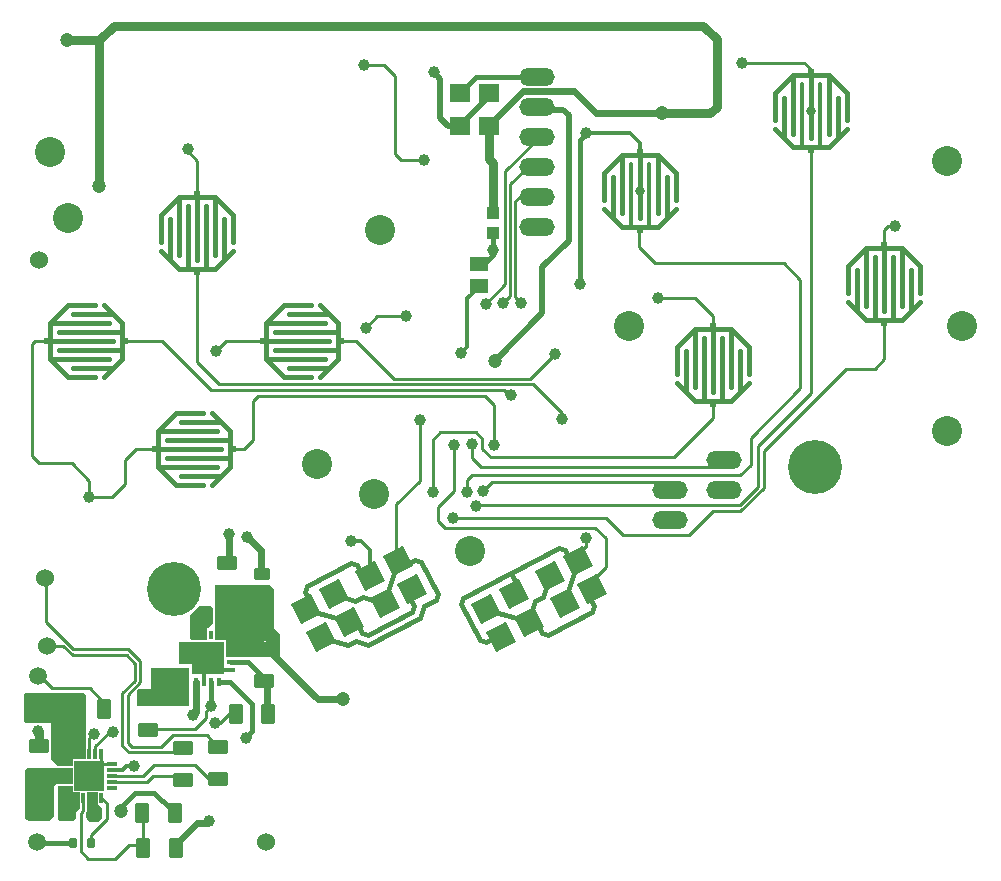
<source format=gtl>
G04 Layer_Physical_Order=1*
G04 Layer_Color=658098*
%FSLAX44Y44*%
%MOMM*%
G71*
G01*
G75*
%ADD10R,0.6000X0.6000*%
%ADD11R,0.3050X0.8130*%
%ADD12R,0.8130X0.3050*%
%ADD13R,2.5000X2.5000*%
%ADD14R,0.3500X0.8000*%
%ADD15R,0.8000X0.3500*%
%ADD16R,2.8000X2.8000*%
G04:AMPARAMS|DCode=17|XSize=0.6mm|YSize=0.9mm|CornerRadius=0.15mm|HoleSize=0mm|Usage=FLASHONLY|Rotation=0.000|XOffset=0mm|YOffset=0mm|HoleType=Round|Shape=RoundedRectangle|*
%AMROUNDEDRECTD17*
21,1,0.6000,0.6000,0,0,0.0*
21,1,0.3000,0.9000,0,0,0.0*
1,1,0.3000,0.1500,-0.3000*
1,1,0.3000,-0.1500,-0.3000*
1,1,0.3000,-0.1500,0.3000*
1,1,0.3000,0.1500,0.3000*
%
%ADD17ROUNDEDRECTD17*%
%ADD18P,2.6941X4X72.5*%
%ADD19R,0.6000X0.6000*%
G04:AMPARAMS|DCode=20|XSize=1.75mm|YSize=1.25mm|CornerRadius=0.3125mm|HoleSize=0mm|Usage=FLASHONLY|Rotation=270.000|XOffset=0mm|YOffset=0mm|HoleType=Round|Shape=RoundedRectangle|*
%AMROUNDEDRECTD20*
21,1,1.7500,0.6250,0,0,270.0*
21,1,1.1250,1.2500,0,0,270.0*
1,1,0.6250,-0.3125,-0.5625*
1,1,0.6250,-0.3125,0.5625*
1,1,0.6250,0.3125,0.5625*
1,1,0.6250,0.3125,-0.5625*
%
%ADD20ROUNDEDRECTD20*%
G04:AMPARAMS|DCode=21|XSize=1.75mm|YSize=1.25mm|CornerRadius=0.3125mm|HoleSize=0mm|Usage=FLASHONLY|Rotation=0.000|XOffset=0mm|YOffset=0mm|HoleType=Round|Shape=RoundedRectangle|*
%AMROUNDEDRECTD21*
21,1,1.7500,0.6250,0,0,0.0*
21,1,1.1250,1.2500,0,0,0.0*
1,1,0.6250,0.5625,-0.3125*
1,1,0.6250,-0.5625,-0.3125*
1,1,0.6250,-0.5625,0.3125*
1,1,0.6250,0.5625,0.3125*
%
%ADD21ROUNDEDRECTD21*%
%ADD22R,1.8001X1.5999*%
%ADD23R,1.5001X1.3000*%
%ADD24R,1.0000X1.1001*%
G04:AMPARAMS|DCode=25|XSize=1.4mm|YSize=1.1mm|CornerRadius=0.275mm|HoleSize=0mm|Usage=FLASHONLY|Rotation=0.000|XOffset=0mm|YOffset=0mm|HoleType=Round|Shape=RoundedRectangle|*
%AMROUNDEDRECTD25*
21,1,1.4000,0.5500,0,0,0.0*
21,1,0.8500,1.1000,0,0,0.0*
1,1,0.5500,0.4250,-0.2750*
1,1,0.5500,-0.4250,-0.2750*
1,1,0.5500,-0.4250,0.2750*
1,1,0.5500,0.4250,0.2750*
%
%ADD25ROUNDEDRECTD25*%
%ADD26C,0.2540*%
%ADD27C,0.3000*%
%ADD28C,0.4064*%
%ADD29C,0.6000*%
%ADD30C,0.8000*%
%ADD31C,0.5000*%
%ADD32C,0.4000*%
%ADD33C,0.3500*%
%ADD34R,1.5000X1.5000*%
%ADD35C,1.5000*%
%ADD36O,3.0000X1.5000*%
%ADD37C,1.5240*%
%ADD38C,2.5400*%
%ADD39C,4.5720*%
%ADD40C,1.0000*%
%ADD41C,0.8000*%
%ADD42C,0.5000*%
%ADD43C,1.2000*%
G36*
X417000Y299500D02*
Y286462D01*
X412500Y283000D01*
Y282524D01*
X412476D01*
Y272750D01*
X398500D01*
X398250Y273000D01*
X398000Y273250D01*
Y285500D01*
Y293500D01*
X406000Y301500D01*
X415000D01*
X417000Y299500D01*
D02*
G37*
G36*
X469000Y315500D02*
X469000Y282250D01*
X473500Y277750D01*
X473500Y259250D01*
X472000Y258500D01*
X428024Y258500D01*
Y272524D01*
X428000D01*
Y272750D01*
X419024D01*
Y282524D01*
X419000D01*
Y288000D01*
Y318750D01*
X465750D01*
X469000Y315500D01*
D02*
G37*
G36*
X399933Y251951D02*
X388500Y251951D01*
X388500Y271000D01*
X399933D01*
X399933Y251951D01*
D02*
G37*
G36*
X396500Y240000D02*
Y217000D01*
X375000Y217000D01*
X352500D01*
Y229724D01*
X354026Y231250D01*
X364750D01*
Y243500D01*
Y249000D01*
X396500D01*
Y240000D01*
D02*
G37*
G36*
X309250Y226250D02*
X309250Y171504D01*
X298396D01*
Y171500D01*
X298250D01*
Y165756D01*
X286243D01*
X280250Y171750D01*
X280250Y202250D01*
X258750Y202250D01*
X257000Y204000D01*
X257000Y227041D01*
X257959Y228000D01*
X307500Y228000D01*
X309250Y226250D01*
D02*
G37*
G36*
X298396Y150900D02*
X285500D01*
X285139Y150750D01*
X284750D01*
X284475Y150475D01*
X284334Y150416D01*
X284275Y150275D01*
X282500Y148500D01*
Y145250D01*
Y123000D01*
X278500Y119000D01*
X261000D01*
X258250Y121250D01*
Y162500D01*
X258750Y163000D01*
X260041Y164107D01*
X260041Y164107D01*
Y164107D01*
X298396D01*
Y150900D01*
D02*
G37*
G36*
Y143456D02*
X304250D01*
X304250Y129500D01*
X301500Y126750D01*
X301500Y121599D01*
X299750Y119492D01*
X287008D01*
X285500Y121000D01*
Y148500D01*
Y149250D01*
X298396D01*
Y143456D01*
D02*
G37*
G36*
X319531Y133091D02*
X320909D01*
X323500Y130500D01*
X323500Y121529D01*
X319971Y118000D01*
X312250D01*
X309250Y122500D01*
X309250Y125744D01*
X309354Y125848D01*
X309354Y125848D01*
X309972Y126772D01*
X310011Y126967D01*
X310500Y127750D01*
Y143456D01*
X319531D01*
Y133091D01*
D02*
G37*
%LPC*%
G36*
X461500Y271363D02*
X459735Y271012D01*
X458238Y270012D01*
X457239Y268515D01*
X457061Y267622D01*
X456488Y266765D01*
X456137Y265000D01*
X456488Y263235D01*
X457488Y261738D01*
X458985Y260739D01*
X460750Y260387D01*
X463250D01*
X465015Y260739D01*
X466512Y261738D01*
X467511Y263235D01*
X467863Y265000D01*
X467511Y266765D01*
X466512Y268262D01*
X464762Y270012D01*
X463265Y271012D01*
X461500Y271363D01*
D02*
G37*
%LPD*%
D10*
X778500Y619730D02*
D03*
Y685770D02*
D03*
X923250Y686980D02*
D03*
Y753020D02*
D03*
X403750Y650270D02*
D03*
Y584230D02*
D03*
X840750Y538520D02*
D03*
Y472480D02*
D03*
X985500Y607020D02*
D03*
Y540980D02*
D03*
D11*
X302510Y138680D02*
D03*
X307340D02*
D03*
X312420D02*
D03*
X317500D02*
D03*
X322580D02*
D03*
X322330Y176280D02*
D03*
X317500D02*
D03*
X312420D02*
D03*
X307340D02*
D03*
X302510D02*
D03*
D12*
X331220Y147570D02*
D03*
Y152400D02*
D03*
Y157480D02*
D03*
Y162560D02*
D03*
Y167380D02*
D03*
X293620Y167390D02*
D03*
Y162560D02*
D03*
Y157480D02*
D03*
Y152400D02*
D03*
Y147570D02*
D03*
D13*
X312420Y157480D02*
D03*
D14*
X422250Y277000D02*
D03*
X415750D02*
D03*
X409250D02*
D03*
X402750D02*
D03*
Y237000D02*
D03*
X409250D02*
D03*
X415750D02*
D03*
X422250D02*
D03*
D15*
X392500Y266750D02*
D03*
Y260250D02*
D03*
Y253750D02*
D03*
Y247250D02*
D03*
X432500D02*
D03*
Y253750D02*
D03*
Y260250D02*
D03*
Y266750D02*
D03*
D16*
X412500Y257000D02*
D03*
D17*
X313750Y100250D02*
D03*
X298750D02*
D03*
D18*
X738442Y315743D02*
D03*
X726127Y339400D02*
D03*
X550070Y327085D02*
D03*
X573727Y339400D02*
D03*
X714785Y303428D02*
D03*
X738442Y315743D02*
D03*
X726127Y339400D02*
D03*
X702470Y327085D02*
D03*
X672055Y311252D02*
D03*
X684370Y287595D02*
D03*
X660713Y275280D02*
D03*
X648398Y298937D02*
D03*
X495998D02*
D03*
X508313Y275280D02*
D03*
X531970Y287595D02*
D03*
X519655Y311252D02*
D03*
X550070Y327085D02*
D03*
X573727Y339400D02*
D03*
X586042Y315743D02*
D03*
X562385Y303428D02*
D03*
D19*
X459730Y526000D02*
D03*
X525770D02*
D03*
X276980Y525750D02*
D03*
X343020D02*
D03*
X368230Y434500D02*
D03*
X434270D02*
D03*
D20*
X385750Y96500D02*
D03*
X358250D02*
D03*
X384750Y126000D02*
D03*
X357250D02*
D03*
X464000Y209750D02*
D03*
X436500D02*
D03*
X324500Y214500D02*
D03*
X297000D02*
D03*
D21*
X391750Y181250D02*
D03*
Y153750D02*
D03*
X421250Y182250D02*
D03*
Y154750D02*
D03*
X362000Y196250D02*
D03*
Y223750D02*
D03*
X460750Y265000D02*
D03*
Y237500D02*
D03*
X428750Y337500D02*
D03*
Y310000D02*
D03*
X269500Y182750D02*
D03*
Y155250D02*
D03*
D22*
X626000Y736001D02*
D03*
Y707999D02*
D03*
X651000Y736001D02*
D03*
Y707999D02*
D03*
D23*
X642750Y591250D02*
D03*
Y572250D02*
D03*
D24*
X654250Y616751D02*
D03*
Y633749D02*
D03*
D25*
X458250Y328000D02*
D03*
Y310500D02*
D03*
D26*
X668000Y480000D02*
X669750D01*
X663500Y484500D02*
X668000Y480000D01*
X914500Y485750D02*
Y577500D01*
X872250Y443500D02*
X914500Y485750D01*
X872250Y421000D02*
Y443500D01*
X953250Y502250D02*
X977250D01*
X883750Y432750D02*
X953250Y502250D01*
X883750Y401500D02*
Y432750D01*
X863750Y412500D02*
X872250Y421000D01*
X636750Y412500D02*
X863750D01*
X632000Y407750D02*
X636750Y412500D01*
X639500Y387000D02*
X863503D01*
X878250Y401747D01*
X840500Y381500D02*
X863750D01*
X820500Y361500D02*
X840500Y381500D01*
X749500Y376000D02*
X764000Y361500D01*
X620750Y376000D02*
X749500D01*
X764000Y361500D02*
X820500D01*
X863750Y381500D02*
X883750Y401500D01*
X878250Y401747D02*
Y437000D01*
X546500Y537000D02*
X556000Y546500D01*
X664750Y573750D02*
Y669250D01*
X673250Y644250D02*
X676900Y647900D01*
X673250Y562500D02*
Y644250D01*
Y562500D02*
X678250Y557500D01*
X669000Y564000D02*
Y658250D01*
X662749Y557749D02*
X669000Y564000D01*
Y658250D02*
X684050Y673300D01*
X648250Y557250D02*
X664750Y573750D01*
Y669250D02*
X692975Y697475D01*
X269750Y422500D02*
X297500D01*
X264000Y428250D02*
X269750Y422500D01*
X264000Y428250D02*
Y523500D01*
X312500Y393750D02*
Y407500D01*
X297500Y422500D02*
X312500Y407500D01*
Y393750D02*
X332000D01*
X342500Y404250D01*
Y424750D01*
X352250Y434500D01*
X368230D01*
X434270D02*
X443250D01*
X451000Y442250D01*
Y475250D02*
X455000Y479250D01*
X451000Y442250D02*
Y475250D01*
X917560Y761250D02*
X923250Y755560D01*
X865250Y761250D02*
X917560D01*
X923250Y753020D02*
Y755560D01*
X985250Y510250D02*
Y540980D01*
X401500Y197000D02*
X411250Y206750D01*
X362434Y197000D02*
X401500D01*
X360500Y198934D02*
X362434Y197000D01*
X348250Y181750D02*
X373250D01*
X345000Y185000D02*
X348250Y181750D01*
X373250D02*
X383250Y191750D01*
X391750Y177500D02*
X393750Y179500D01*
X346000Y177500D02*
X391750D01*
X340500Y183000D02*
X346000Y177500D01*
X422000Y489250D02*
X688000D01*
X403750Y507500D02*
X422000Y489250D01*
X688000D02*
X712500Y464750D01*
X312750Y231500D02*
X322250Y222000D01*
X281150Y231500D02*
X312750D01*
X272250Y240400D02*
X281150Y231500D01*
X322250Y222000D02*
X326000D01*
X344956Y226209D02*
X355500Y236753D01*
X344956Y209294D02*
Y226209D01*
X355500Y236753D02*
Y254500D01*
X340500Y183000D02*
Y227500D01*
X345000Y185000D02*
Y209250D01*
X299000Y264500D02*
X345500D01*
X275648Y287852D02*
X299000Y264500D01*
X275648Y287852D02*
Y321200D01*
X298250Y259500D02*
X344163D01*
X290000Y267750D02*
X298250Y259500D01*
X277000Y267750D02*
X290000D01*
X344163Y259500D02*
X351077Y252587D01*
X411750Y191750D02*
X421250Y182250D01*
X383250Y191750D02*
X411750D01*
X344956Y209294D02*
X345000Y209250D01*
X340500Y227500D02*
X351077Y238077D01*
X413500Y154750D02*
X417500D01*
X401706Y166544D02*
X413500Y154750D01*
X367044Y166544D02*
X401706D01*
X312420Y189670D02*
X316000Y193250D01*
X317500Y182500D02*
X329750Y194750D01*
X331216Y157206D02*
X357706D01*
X331216D02*
Y157480D01*
X357706Y157206D02*
X367044Y166544D01*
X331216Y152400D02*
X360900D01*
X345500Y264500D02*
X355500Y254500D01*
X351077Y238077D02*
Y252587D01*
X317500Y176280D02*
Y182500D01*
X312420Y176280D02*
Y189670D01*
X322326Y167386D02*
Y176276D01*
X274750Y324750D02*
X275648Y321200D01*
X741000Y367750D02*
X749750Y359000D01*
X607500Y373500D02*
X613250Y367750D01*
X988500Y622750D02*
X994750D01*
X840750Y538520D02*
Y546500D01*
X985520Y619770D02*
X988500Y622750D01*
X985520Y607020D02*
Y619770D01*
X266500Y526000D02*
X276980D01*
X264000Y523500D02*
X266500Y526000D01*
X313500Y107500D02*
X327250Y121250D01*
X313500Y103000D02*
Y107500D01*
X307340Y127862D02*
Y138684D01*
X311500Y87500D02*
X334250D01*
X345750Y99000D01*
X357250D01*
X357500Y99250D01*
Y129000D01*
X305250Y125772D02*
X307340Y127862D01*
X360900Y152400D02*
X366000Y157500D01*
X388000D01*
X322326Y167386D02*
X331216D01*
X327250Y121250D02*
Y134268D01*
X322500Y139018D02*
X327250Y134268D01*
X322500Y139018D02*
Y140250D01*
X738442Y315743D02*
Y322692D01*
X749750Y334000D01*
X556000Y546500D02*
X580500D01*
X778250Y605250D02*
X791750Y591750D01*
X778250Y605250D02*
Y619730D01*
X840750Y460250D02*
Y475020D01*
X807750Y427250D02*
X840750Y460250D01*
X573727Y339400D02*
Y343273D01*
X644250Y419250D02*
X843800D01*
X632000Y398000D02*
Y407750D01*
X652250Y427250D02*
X807750D01*
X645250Y434250D02*
X652250Y427250D01*
X645250Y434250D02*
Y443000D01*
X639500Y448750D02*
X645250Y443000D01*
X636500Y427000D02*
X644250Y419250D01*
X636500Y427000D02*
Y438250D01*
X609750Y448750D02*
X639500D01*
X607500Y373500D02*
Y385000D01*
X621000Y398500D01*
Y438000D01*
X592250Y407250D02*
Y459000D01*
X572250Y387250D02*
X592250Y407250D01*
X572250Y342250D02*
X575000Y339500D01*
X572250Y342250D02*
Y387250D01*
X646750Y558750D02*
X648250Y557250D01*
X525770Y525750D02*
X538000D01*
X644750Y484500D02*
X663500D01*
X655000Y438000D02*
Y471750D01*
X712500Y459750D02*
Y464750D01*
X305250Y93750D02*
X311500Y87500D01*
X305250Y93750D02*
Y125772D01*
X843800Y419250D02*
X849500Y424950D01*
X684050Y673300D02*
X691750D01*
X676900Y647900D02*
X691750D01*
X603000Y398000D02*
Y442000D01*
X609750Y448750D01*
X647500Y479250D02*
X655000Y471750D01*
X878250Y437000D02*
X923250Y482000D01*
X791750Y591750D02*
X900250D01*
X914500Y577500D01*
X646000Y398500D02*
X653500Y406000D01*
X797450D01*
X803750Y399700D01*
X455750Y484500D02*
X644750Y484500D01*
X455000Y479250D02*
X647500D01*
X538000Y525750D02*
X570000Y493750D01*
X685750D01*
X707000Y515000D01*
X415750Y484500D02*
X455750D01*
X374250Y526000D02*
X415750Y484500D01*
X343020Y526000D02*
X374250D01*
X403750Y507500D02*
Y584230D01*
X428500Y526000D02*
X462270D01*
X420000Y517500D02*
X428500Y526000D01*
X923250Y482000D02*
Y686980D01*
X977250Y502250D02*
X985250Y510250D01*
X793500Y562000D02*
X825250D01*
X840750Y546500D01*
X651000Y616751D02*
X654250Y613501D01*
X395750Y686250D02*
Y688250D01*
Y686250D02*
X403750Y678250D01*
Y650270D02*
Y678250D01*
X411250Y206750D02*
Y211797D01*
X415750Y216297D01*
X329750Y194750D02*
X332250D01*
X571250Y684000D02*
X576500Y678750D01*
X545382Y759500D02*
X562000D01*
X571250Y750250D01*
Y684000D02*
Y750250D01*
X576500Y678750D02*
X596000D01*
X749750Y334000D02*
Y359000D01*
X613250Y367750D02*
X741000D01*
X726127Y339400D02*
Y344877D01*
X733250Y352000D01*
Y358500D01*
D27*
X770880Y622270D02*
Y675610D01*
X786120Y622270D02*
Y675610D01*
X915630Y689520D02*
Y742860D01*
X930870Y689520D02*
Y742860D01*
X550070Y327085D02*
Y348430D01*
X542455Y356045D02*
X550070Y348430D01*
X533705Y356045D02*
X542455D01*
X635500Y565000D02*
X642750Y572250D01*
X632500Y562000D02*
X635500Y565000D01*
X632500Y520750D02*
Y562000D01*
X627500Y515750D02*
X632500Y520750D01*
X409250Y237000D02*
Y253750D01*
X385000Y129000D02*
X385750D01*
X422250Y247250D02*
X432500D01*
X778500Y685770D02*
Y693500D01*
X733250Y701500D02*
X770500D01*
X778500Y693500D01*
X431750Y209750D02*
X436500D01*
X419250Y202250D02*
X424250D01*
X431750Y209750D01*
D28*
X763260Y622270D02*
X770880D01*
X793740D02*
X801360Y629890D01*
X755640D02*
X763260Y622270D01*
Y683230D02*
X778500D01*
X793740D01*
X801360Y629890D02*
Y664180D01*
X793740Y633700D02*
Y683230D01*
X763260Y633700D02*
Y683230D01*
X755640Y629890D02*
Y664180D01*
X793740Y683230D02*
X808980Y667990D01*
Y645130D02*
Y667990D01*
X748020D02*
X763260Y683230D01*
X748020Y645130D02*
Y667990D01*
X801360Y629890D02*
X808980Y637510D01*
X748020D02*
X755640Y629890D01*
X786120Y622270D02*
X793740D01*
X770880D02*
X786120D01*
X778500Y629890D02*
Y683230D01*
X908010Y689520D02*
X915630D01*
X938490D02*
X946110Y697140D01*
X900390D02*
X908010Y689520D01*
Y750480D02*
X923250D01*
X938490D01*
X946110Y697140D02*
Y731430D01*
X938490Y700950D02*
Y750480D01*
X908010Y700950D02*
Y750480D01*
X900390Y697140D02*
Y731430D01*
X938490Y750480D02*
X953730Y735240D01*
Y712380D02*
Y735240D01*
X892770D02*
X908010Y750480D01*
X892770Y712380D02*
Y735240D01*
X946110Y697140D02*
X953730Y704760D01*
X892770D02*
X900390Y697140D01*
X930870Y689520D02*
X938490D01*
X915630D02*
X930870D01*
X923250Y697140D02*
Y750480D01*
X418990Y586770D02*
X426610Y594390D01*
X411370Y586770D02*
X418990D01*
X396130D02*
X411370D01*
X388510D02*
X396130D01*
X380890Y594390D02*
X388510Y586770D01*
Y647730D02*
X403750D01*
X418990D01*
X426610Y594390D02*
Y628680D01*
X418990Y598200D02*
Y647730D01*
X411370Y586770D02*
Y640110D01*
X403750Y594390D02*
Y647730D01*
X396130Y586770D02*
Y640110D01*
X388510Y598200D02*
Y647730D01*
X380890Y594390D02*
Y628680D01*
X418990Y647730D02*
X434230Y632490D01*
Y609630D02*
Y632490D01*
X373270D02*
X388510Y647730D01*
X373270Y609630D02*
Y632490D01*
X426610Y594390D02*
X434230Y602010D01*
X373270D02*
X380890Y594390D01*
X628653Y307987D02*
X669207Y329098D01*
X627033Y302848D02*
X628653Y307987D01*
X627033Y302848D02*
X642866Y272433D01*
X648005Y270812D01*
X651385Y272572D01*
X692078Y285165D02*
X695596Y278406D01*
X700735Y276785D01*
X737910Y296137D01*
X739530Y301276D01*
X736011Y308035D02*
X739530Y301276D01*
X686800Y295303D02*
X690041Y305581D01*
X696799Y309099D01*
X700040Y319377D01*
X714900Y348589D02*
X718419Y341830D01*
X709762Y350210D02*
X714900Y348589D01*
X669207Y329098D02*
X709762Y350210D01*
X669207Y329098D02*
X674485Y318960D01*
X717216Y311137D02*
X723697Y331692D01*
X656106Y296506D02*
X676662Y290025D01*
X503706Y296506D02*
X524262Y290025D01*
X564816Y311137D02*
X571297Y331692D01*
X583611Y308035D02*
X587130Y301276D01*
X585510Y296137D02*
X587130Y301276D01*
X548335Y276785D02*
X585510Y296137D01*
X543196Y278406D02*
X548335Y276785D01*
X539678Y285165D02*
X543196Y278406D01*
X516021Y272850D02*
X531437Y267989D01*
X538196Y271508D01*
X548474Y268267D01*
X592408Y291138D01*
X595648Y301415D01*
X605787Y306693D01*
X607407Y311832D01*
X593333Y338868D02*
X607407Y311832D01*
X588194Y340488D02*
X593333Y338868D01*
X581435Y336969D02*
X588194Y340488D01*
X527363Y308821D02*
X537640Y305581D01*
X544399Y309099D01*
X554677Y305859D01*
X494910Y313404D02*
X498429Y306645D01*
X494910Y313404D02*
X496530Y318543D01*
X533705Y337895D01*
X538844Y336274D01*
X542362Y329515D01*
X515610Y548860D02*
X523230Y541240D01*
Y533620D02*
Y541240D01*
Y518380D02*
Y533620D01*
Y510760D02*
Y518380D01*
X515610Y503140D02*
X523230Y510760D01*
X462270D02*
Y526000D01*
Y541240D01*
X481320Y548860D02*
X515610D01*
X462270Y541240D02*
X511800D01*
X469890Y533620D02*
X523230D01*
X462270Y526000D02*
X515610D01*
X469890Y518380D02*
X523230D01*
X462270Y510760D02*
X511800D01*
X481320Y503140D02*
X515610D01*
X462270Y541240D02*
X477510Y556480D01*
X500370D01*
X462270Y510760D02*
X477510Y495520D01*
X500370D01*
X507990Y556480D02*
X515610Y548860D01*
X507990Y495520D02*
X515610Y503140D01*
X332860Y548610D02*
X340480Y540990D01*
Y533370D02*
Y540990D01*
Y518130D02*
Y533370D01*
Y510510D02*
Y518130D01*
X332860Y502890D02*
X340480Y510510D01*
X279520D02*
Y525750D01*
Y540990D01*
X298570Y548610D02*
X332860D01*
X279520Y540990D02*
X329050D01*
X287140Y533370D02*
X340480D01*
X279520Y525750D02*
X332860D01*
X287140Y518130D02*
X340480D01*
X279520Y510510D02*
X329050D01*
X298570Y502890D02*
X332860D01*
X279520Y540990D02*
X294760Y556230D01*
X317620D01*
X279520Y510510D02*
X294760Y495270D01*
X317620D01*
X325240Y556230D02*
X332860Y548610D01*
X325240Y495270D02*
X332860Y502890D01*
X424110Y457360D02*
X431730Y449740D01*
Y442120D02*
Y449740D01*
Y426880D02*
Y442120D01*
Y419260D02*
Y426880D01*
X424110Y411640D02*
X431730Y419260D01*
X370770D02*
Y434500D01*
Y449740D01*
X389820Y457360D02*
X424110D01*
X370770Y449740D02*
X420300D01*
X378390Y442120D02*
X431730D01*
X370770Y434500D02*
X424110D01*
X378390Y426880D02*
X431730D01*
X370770Y419260D02*
X420300D01*
X389820Y411640D02*
X424110D01*
X370770Y449740D02*
X386010Y464980D01*
X408870D01*
X370770Y419260D02*
X386010Y404020D01*
X408870D01*
X416490Y464980D02*
X424110Y457360D01*
X416490Y404020D02*
X424110Y411640D01*
X855990Y475020D02*
X863610Y482640D01*
X848370Y475020D02*
X855990D01*
X833130D02*
X848370D01*
X825510D02*
X833130D01*
X817890Y482640D02*
X825510Y475020D01*
Y535980D02*
X840750D01*
X855990D01*
X863610Y482640D02*
Y516930D01*
X855990Y486450D02*
Y535980D01*
X848370Y475020D02*
Y528360D01*
X840750Y482640D02*
Y535980D01*
X833130Y475020D02*
Y528360D01*
X825510Y486450D02*
Y535980D01*
X817890Y482640D02*
Y516930D01*
X855990Y535980D02*
X871230Y520740D01*
Y497880D02*
Y520740D01*
X810270D02*
X825510Y535980D01*
X810270Y497880D02*
Y520740D01*
X863610Y482640D02*
X871230Y490260D01*
X810270D02*
X817890Y482640D01*
X1000740Y543520D02*
X1008360Y551140D01*
X993120Y543520D02*
X1000740D01*
X977880D02*
X993120D01*
X970260D02*
X977880D01*
X962640Y551140D02*
X970260Y543520D01*
Y604480D02*
X985500D01*
X1000740D01*
X1008360Y551140D02*
Y585430D01*
X1000740Y554950D02*
Y604480D01*
X993120Y543520D02*
Y596860D01*
X985500Y551140D02*
Y604480D01*
X977880Y543520D02*
Y596860D01*
X970260Y554950D02*
Y604480D01*
X962640Y551140D02*
Y585430D01*
X1000740Y604480D02*
X1015980Y589240D01*
Y566380D02*
Y589240D01*
X955020D02*
X970260Y604480D01*
X955020Y566380D02*
Y589240D01*
X1008360Y551140D02*
X1015980Y558760D01*
X955020D02*
X962640Y551140D01*
D29*
X741500Y718750D02*
X797000D01*
X679250Y737250D02*
X723000D01*
X650000Y707999D02*
X679250Y737250D01*
X723000D02*
X741500Y718750D01*
X463250Y265000D02*
X506050Y222200D01*
X527500D01*
X402750Y211500D02*
Y237000D01*
X400500Y209250D02*
X402750Y211500D01*
X427500Y336750D02*
X431000Y340250D01*
Y362000D01*
X446250Y360000D02*
X457500Y348750D01*
Y330000D02*
Y348750D01*
Y330000D02*
X460000Y327500D01*
X381750Y129000D02*
X385000D01*
X463250Y209500D02*
X463500Y209250D01*
X463250Y209500D02*
Y237500D01*
X460750Y265000D02*
X463250D01*
X461500Y266750D02*
X463250Y265000D01*
X385000Y99250D02*
X403500Y117750D01*
X412750D01*
X414000Y119000D01*
D30*
X797000Y718750D02*
X838250D01*
X843500Y724000D01*
Y781000D01*
X831750Y792750D02*
X843500Y781000D01*
X333000Y792750D02*
X831750D01*
X650000Y707999D02*
X650750Y707250D01*
Y680000D02*
Y707250D01*
Y680000D02*
X654250Y676500D01*
Y633749D02*
Y676500D01*
X269500Y182500D02*
Y195000D01*
X321000Y780750D02*
X333000Y792750D01*
X321000Y657250D02*
Y780750D01*
X293250D02*
X321000D01*
D31*
X604250Y753000D02*
X609500Y747750D01*
Y714250D02*
Y747750D01*
Y714250D02*
X615751Y707999D01*
X626000D01*
X651000Y732999D02*
Y736001D01*
X626000Y707999D02*
X651000Y732999D01*
X713650Y721350D02*
X718250Y716750D01*
Y610250D02*
Y716750D01*
X696000Y588000D02*
X718250Y610250D01*
X694250Y721350D02*
X713650D01*
X656000Y509000D02*
X696000Y549000D01*
Y588000D01*
D32*
X639500Y749500D02*
X691750D01*
X626000Y736001D02*
X639500Y749500D01*
X654250Y598250D02*
Y603000D01*
Y613501D01*
X647000Y591000D02*
X654250Y598250D01*
X728000Y696250D02*
X733250Y701500D01*
X728000Y574000D02*
Y696250D01*
X351000Y143250D02*
X367500D01*
X339000Y131250D02*
X351000Y143250D01*
X339000Y127750D02*
Y131250D01*
X367500Y143250D02*
X381750Y129000D01*
X271860Y100250D02*
X298750D01*
X270510Y101600D02*
X271860Y100250D01*
X432500Y253750D02*
X447000D01*
X463250Y237500D01*
X422750Y237000D02*
X431500D01*
X450250Y218250D01*
X415750Y216297D02*
Y237000D01*
X450250Y195250D02*
Y218250D01*
X444750Y189750D02*
X450250Y195250D01*
D33*
X331216Y162560D02*
X340810D01*
X343750Y165500D02*
X348750D01*
X340810Y162560D02*
X343750Y165500D01*
D34*
X268250Y127000D02*
D03*
X269000Y216750D02*
D03*
D35*
X268250Y101600D02*
D03*
X269000Y242150D02*
D03*
D36*
X691750Y622500D02*
D03*
Y647900D02*
D03*
Y673300D02*
D03*
Y698700D02*
D03*
Y724100D02*
D03*
Y749500D02*
D03*
X803750Y399700D02*
D03*
Y374300D02*
D03*
X849500Y424950D02*
D03*
Y399550D02*
D03*
D37*
X274750Y324750D02*
D03*
X277000Y267750D02*
D03*
X462250Y101750D02*
D03*
X270250Y594250D02*
D03*
D38*
X1051560Y538480D02*
D03*
X769620D02*
D03*
X1038860Y449580D02*
D03*
Y678180D02*
D03*
X294640Y629920D02*
D03*
X505460Y421640D02*
D03*
X553720Y396240D02*
D03*
X558800Y619760D02*
D03*
X279400Y685800D02*
D03*
X635000Y347980D02*
D03*
D39*
X927100Y419100D02*
D03*
X384000Y316000D02*
D03*
D40*
X669750Y480000D02*
D03*
X546500Y537000D02*
D03*
X654250Y603000D02*
D03*
X350500Y165750D02*
D03*
X316000Y193250D02*
D03*
X627500Y515750D02*
D03*
X533705Y356045D02*
D03*
X994750Y622750D02*
D03*
X865250Y761250D02*
D03*
X269000Y195500D02*
D03*
X646000Y398500D02*
D03*
X400500Y209250D02*
D03*
X655000Y438000D02*
D03*
X639500Y385750D02*
D03*
X712500Y459750D02*
D03*
X707000Y515000D02*
D03*
X580500Y546500D02*
D03*
X632000Y398000D02*
D03*
X603000D02*
D03*
X620750Y376000D02*
D03*
X636500Y438250D02*
D03*
X621000Y438000D02*
D03*
X592250Y459000D02*
D03*
X662749Y557749D02*
D03*
X678250Y557500D02*
D03*
X648250Y557250D02*
D03*
X446250Y360000D02*
D03*
X431000Y362000D02*
D03*
X414000Y119000D02*
D03*
X312500Y393750D02*
D03*
X420000Y517500D02*
D03*
X545382Y759500D02*
D03*
X793500Y562000D02*
D03*
X395750Y688250D02*
D03*
X728000Y574000D02*
D03*
X733250Y701500D02*
D03*
X419250Y202250D02*
D03*
X415750Y216297D02*
D03*
X332250Y194750D02*
D03*
X604250Y753000D02*
D03*
X596000Y678750D02*
D03*
X444750Y189750D02*
D03*
X733250Y358500D02*
D03*
D41*
X778500Y652750D02*
D03*
X923250Y720000D02*
D03*
D42*
X312420Y157480D02*
D03*
Y149860D02*
D03*
Y165100D02*
D03*
X304800Y149860D02*
D03*
Y157480D02*
D03*
Y165100D02*
D03*
X320040D02*
D03*
Y157480D02*
D03*
Y149860D02*
D03*
X422660Y257000D02*
D03*
X412500D02*
D03*
X402340D02*
D03*
Y267160D02*
D03*
Y246840D02*
D03*
X412500Y267160D02*
D03*
Y246840D02*
D03*
X422660Y267160D02*
D03*
Y246840D02*
D03*
D43*
X797000Y718750D02*
D03*
X339000Y127750D02*
D03*
X374500Y239500D02*
D03*
X457750Y289000D02*
D03*
X437000Y287750D02*
D03*
X408000Y291250D02*
D03*
X293250Y126500D02*
D03*
X316500Y124750D02*
D03*
X656000Y509000D02*
D03*
X321000Y657250D02*
D03*
X293250Y780750D02*
D03*
X527500Y222200D02*
D03*
M02*

</source>
